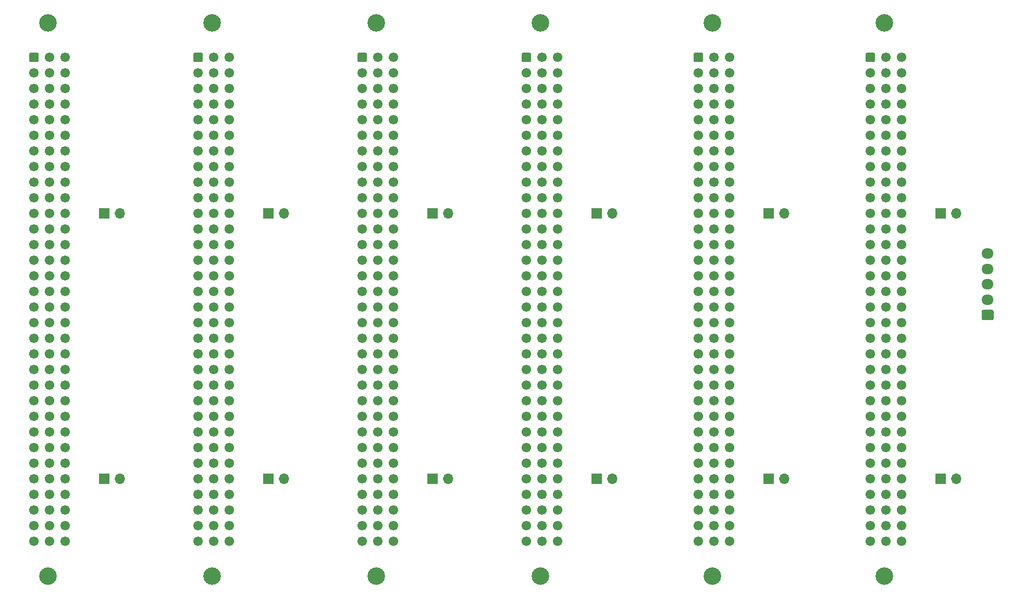
<source format=gbr>
%TF.GenerationSoftware,KiCad,Pcbnew,(5.1.10)-1*%
%TF.CreationDate,2022-01-27T07:08:06+01:00*%
%TF.ProjectId,Backplane,4261636b-706c-4616-9e65-2e6b69636164,rev?*%
%TF.SameCoordinates,Original*%
%TF.FileFunction,Soldermask,Top*%
%TF.FilePolarity,Negative*%
%FSLAX46Y46*%
G04 Gerber Fmt 4.6, Leading zero omitted, Abs format (unit mm)*
G04 Created by KiCad (PCBNEW (5.1.10)-1) date 2022-01-27 07:08:06*
%MOMM*%
%LPD*%
G01*
G04 APERTURE LIST*
%ADD10O,1.950000X1.700000*%
%ADD11C,2.850000*%
%ADD12C,1.550000*%
%ADD13O,1.700000X1.700000*%
%ADD14R,1.700000X1.700000*%
G04 APERTURE END LIST*
D10*
%TO.C,J13*%
X226060000Y-97950000D03*
X226060000Y-100450000D03*
X226060000Y-102950000D03*
X226060000Y-105450000D03*
G36*
G01*
X226785000Y-108800000D02*
X225335000Y-108800000D01*
G75*
G02*
X225085000Y-108550000I0J250000D01*
G01*
X225085000Y-107350000D01*
G75*
G02*
X225335000Y-107100000I250000J0D01*
G01*
X226785000Y-107100000D01*
G75*
G02*
X227035000Y-107350000I0J-250000D01*
G01*
X227035000Y-108550000D01*
G75*
G02*
X226785000Y-108800000I-250000J0D01*
G01*
G37*
%TD*%
D11*
%TO.C,J17*%
X181310000Y-150410000D03*
X181310000Y-60410000D03*
D12*
X184150000Y-144780000D03*
X184150000Y-142240000D03*
X184150000Y-139700000D03*
X184150000Y-137160000D03*
X184150000Y-134620000D03*
X184150000Y-132080000D03*
X184150000Y-129540000D03*
X184150000Y-127000000D03*
X184150000Y-124460000D03*
X184150000Y-121920000D03*
X184150000Y-119380000D03*
X184150000Y-116840000D03*
X184150000Y-114300000D03*
X184150000Y-111760000D03*
X184150000Y-109220000D03*
X184150000Y-106680000D03*
X184150000Y-104140000D03*
X184150000Y-101600000D03*
X184150000Y-99060000D03*
X184150000Y-96520000D03*
X184150000Y-93980000D03*
X184150000Y-91440000D03*
X184150000Y-88900000D03*
X184150000Y-86360000D03*
X184150000Y-83820000D03*
X184150000Y-81280000D03*
X184150000Y-78740000D03*
X184150000Y-76200000D03*
X184150000Y-73660000D03*
X184150000Y-71120000D03*
X184150000Y-68580000D03*
X184150000Y-66040000D03*
X181610000Y-144780000D03*
X181610000Y-142240000D03*
X181610000Y-139700000D03*
X181610000Y-137160000D03*
X181610000Y-134620000D03*
X181610000Y-132080000D03*
X181610000Y-129540000D03*
X181610000Y-127000000D03*
X181610000Y-124460000D03*
X181610000Y-121920000D03*
X181610000Y-119380000D03*
X181610000Y-116840000D03*
X181610000Y-114300000D03*
X181610000Y-111760000D03*
X181610000Y-109220000D03*
X181610000Y-106680000D03*
X181610000Y-104140000D03*
X181610000Y-101600000D03*
X181610000Y-99060000D03*
X181610000Y-96520000D03*
X181610000Y-93980000D03*
X181610000Y-91440000D03*
X181610000Y-88900000D03*
X181610000Y-86360000D03*
X181610000Y-83820000D03*
X181610000Y-81280000D03*
X181610000Y-78740000D03*
X181610000Y-76200000D03*
X181610000Y-73660000D03*
X181610000Y-71120000D03*
X181610000Y-68580000D03*
X181610000Y-66040000D03*
X179070000Y-144780000D03*
X179070000Y-142240000D03*
X179070000Y-139700000D03*
X179070000Y-137160000D03*
X179070000Y-134620000D03*
X179070000Y-132080000D03*
X179070000Y-129540000D03*
X179070000Y-127000000D03*
X179070000Y-124460000D03*
X179070000Y-121920000D03*
X179070000Y-119380000D03*
X179070000Y-116840000D03*
X179070000Y-114300000D03*
X179070000Y-111760000D03*
X179070000Y-109220000D03*
X179070000Y-106680000D03*
X179070000Y-104140000D03*
X179070000Y-101600000D03*
X179070000Y-99060000D03*
X179070000Y-96520000D03*
X179070000Y-93980000D03*
X179070000Y-91440000D03*
X179070000Y-88900000D03*
X179070000Y-86360000D03*
X179070000Y-83820000D03*
X179070000Y-81280000D03*
X179070000Y-78740000D03*
X179070000Y-76200000D03*
X179070000Y-73660000D03*
X179070000Y-71120000D03*
X179070000Y-68580000D03*
G36*
G01*
X178295000Y-66565450D02*
X178295000Y-65514550D01*
G75*
G02*
X178544550Y-65265000I249550J0D01*
G01*
X179595450Y-65265000D01*
G75*
G02*
X179845000Y-65514550I0J-249550D01*
G01*
X179845000Y-66565450D01*
G75*
G02*
X179595450Y-66815000I-249550J0D01*
G01*
X178544550Y-66815000D01*
G75*
G02*
X178295000Y-66565450I0J249550D01*
G01*
G37*
%TD*%
D11*
%TO.C,J14*%
X126700000Y-150410000D03*
X126700000Y-60410000D03*
D12*
X129540000Y-144780000D03*
X129540000Y-142240000D03*
X129540000Y-139700000D03*
X129540000Y-137160000D03*
X129540000Y-134620000D03*
X129540000Y-132080000D03*
X129540000Y-129540000D03*
X129540000Y-127000000D03*
X129540000Y-124460000D03*
X129540000Y-121920000D03*
X129540000Y-119380000D03*
X129540000Y-116840000D03*
X129540000Y-114300000D03*
X129540000Y-111760000D03*
X129540000Y-109220000D03*
X129540000Y-106680000D03*
X129540000Y-104140000D03*
X129540000Y-101600000D03*
X129540000Y-99060000D03*
X129540000Y-96520000D03*
X129540000Y-93980000D03*
X129540000Y-91440000D03*
X129540000Y-88900000D03*
X129540000Y-86360000D03*
X129540000Y-83820000D03*
X129540000Y-81280000D03*
X129540000Y-78740000D03*
X129540000Y-76200000D03*
X129540000Y-73660000D03*
X129540000Y-71120000D03*
X129540000Y-68580000D03*
X129540000Y-66040000D03*
X127000000Y-144780000D03*
X127000000Y-142240000D03*
X127000000Y-139700000D03*
X127000000Y-137160000D03*
X127000000Y-134620000D03*
X127000000Y-132080000D03*
X127000000Y-129540000D03*
X127000000Y-127000000D03*
X127000000Y-124460000D03*
X127000000Y-121920000D03*
X127000000Y-119380000D03*
X127000000Y-116840000D03*
X127000000Y-114300000D03*
X127000000Y-111760000D03*
X127000000Y-109220000D03*
X127000000Y-106680000D03*
X127000000Y-104140000D03*
X127000000Y-101600000D03*
X127000000Y-99060000D03*
X127000000Y-96520000D03*
X127000000Y-93980000D03*
X127000000Y-91440000D03*
X127000000Y-88900000D03*
X127000000Y-86360000D03*
X127000000Y-83820000D03*
X127000000Y-81280000D03*
X127000000Y-78740000D03*
X127000000Y-76200000D03*
X127000000Y-73660000D03*
X127000000Y-71120000D03*
X127000000Y-68580000D03*
X127000000Y-66040000D03*
X124460000Y-144780000D03*
X124460000Y-142240000D03*
X124460000Y-139700000D03*
X124460000Y-137160000D03*
X124460000Y-134620000D03*
X124460000Y-132080000D03*
X124460000Y-129540000D03*
X124460000Y-127000000D03*
X124460000Y-124460000D03*
X124460000Y-121920000D03*
X124460000Y-119380000D03*
X124460000Y-116840000D03*
X124460000Y-114300000D03*
X124460000Y-111760000D03*
X124460000Y-109220000D03*
X124460000Y-106680000D03*
X124460000Y-104140000D03*
X124460000Y-101600000D03*
X124460000Y-99060000D03*
X124460000Y-96520000D03*
X124460000Y-93980000D03*
X124460000Y-91440000D03*
X124460000Y-88900000D03*
X124460000Y-86360000D03*
X124460000Y-83820000D03*
X124460000Y-81280000D03*
X124460000Y-78740000D03*
X124460000Y-76200000D03*
X124460000Y-73660000D03*
X124460000Y-71120000D03*
X124460000Y-68580000D03*
G36*
G01*
X123685000Y-66565450D02*
X123685000Y-65514550D01*
G75*
G02*
X123934550Y-65265000I249550J0D01*
G01*
X124985450Y-65265000D01*
G75*
G02*
X125235000Y-65514550I0J-249550D01*
G01*
X125235000Y-66565450D01*
G75*
G02*
X124985450Y-66815000I-249550J0D01*
G01*
X123934550Y-66815000D01*
G75*
G02*
X123685000Y-66565450I0J249550D01*
G01*
G37*
%TD*%
D11*
%TO.C,J10*%
X209250000Y-150410000D03*
X209250000Y-60410000D03*
D12*
X212090000Y-144780000D03*
X212090000Y-142240000D03*
X212090000Y-139700000D03*
X212090000Y-137160000D03*
X212090000Y-134620000D03*
X212090000Y-132080000D03*
X212090000Y-129540000D03*
X212090000Y-127000000D03*
X212090000Y-124460000D03*
X212090000Y-121920000D03*
X212090000Y-119380000D03*
X212090000Y-116840000D03*
X212090000Y-114300000D03*
X212090000Y-111760000D03*
X212090000Y-109220000D03*
X212090000Y-106680000D03*
X212090000Y-104140000D03*
X212090000Y-101600000D03*
X212090000Y-99060000D03*
X212090000Y-96520000D03*
X212090000Y-93980000D03*
X212090000Y-91440000D03*
X212090000Y-88900000D03*
X212090000Y-86360000D03*
X212090000Y-83820000D03*
X212090000Y-81280000D03*
X212090000Y-78740000D03*
X212090000Y-76200000D03*
X212090000Y-73660000D03*
X212090000Y-71120000D03*
X212090000Y-68580000D03*
X212090000Y-66040000D03*
X209550000Y-144780000D03*
X209550000Y-142240000D03*
X209550000Y-139700000D03*
X209550000Y-137160000D03*
X209550000Y-134620000D03*
X209550000Y-132080000D03*
X209550000Y-129540000D03*
X209550000Y-127000000D03*
X209550000Y-124460000D03*
X209550000Y-121920000D03*
X209550000Y-119380000D03*
X209550000Y-116840000D03*
X209550000Y-114300000D03*
X209550000Y-111760000D03*
X209550000Y-109220000D03*
X209550000Y-106680000D03*
X209550000Y-104140000D03*
X209550000Y-101600000D03*
X209550000Y-99060000D03*
X209550000Y-96520000D03*
X209550000Y-93980000D03*
X209550000Y-91440000D03*
X209550000Y-88900000D03*
X209550000Y-86360000D03*
X209550000Y-83820000D03*
X209550000Y-81280000D03*
X209550000Y-78740000D03*
X209550000Y-76200000D03*
X209550000Y-73660000D03*
X209550000Y-71120000D03*
X209550000Y-68580000D03*
X209550000Y-66040000D03*
X207010000Y-144780000D03*
X207010000Y-142240000D03*
X207010000Y-139700000D03*
X207010000Y-137160000D03*
X207010000Y-134620000D03*
X207010000Y-132080000D03*
X207010000Y-129540000D03*
X207010000Y-127000000D03*
X207010000Y-124460000D03*
X207010000Y-121920000D03*
X207010000Y-119380000D03*
X207010000Y-116840000D03*
X207010000Y-114300000D03*
X207010000Y-111760000D03*
X207010000Y-109220000D03*
X207010000Y-106680000D03*
X207010000Y-104140000D03*
X207010000Y-101600000D03*
X207010000Y-99060000D03*
X207010000Y-96520000D03*
X207010000Y-93980000D03*
X207010000Y-91440000D03*
X207010000Y-88900000D03*
X207010000Y-86360000D03*
X207010000Y-83820000D03*
X207010000Y-81280000D03*
X207010000Y-78740000D03*
X207010000Y-76200000D03*
X207010000Y-73660000D03*
X207010000Y-71120000D03*
X207010000Y-68580000D03*
G36*
G01*
X206235000Y-66565450D02*
X206235000Y-65514550D01*
G75*
G02*
X206484550Y-65265000I249550J0D01*
G01*
X207535450Y-65265000D01*
G75*
G02*
X207785000Y-65514550I0J-249550D01*
G01*
X207785000Y-66565450D01*
G75*
G02*
X207535450Y-66815000I-249550J0D01*
G01*
X206484550Y-66815000D01*
G75*
G02*
X206235000Y-66565450I0J249550D01*
G01*
G37*
%TD*%
D11*
%TO.C,J7*%
X153370000Y-150410000D03*
X153370000Y-60410000D03*
D12*
X156210000Y-144780000D03*
X156210000Y-142240000D03*
X156210000Y-139700000D03*
X156210000Y-137160000D03*
X156210000Y-134620000D03*
X156210000Y-132080000D03*
X156210000Y-129540000D03*
X156210000Y-127000000D03*
X156210000Y-124460000D03*
X156210000Y-121920000D03*
X156210000Y-119380000D03*
X156210000Y-116840000D03*
X156210000Y-114300000D03*
X156210000Y-111760000D03*
X156210000Y-109220000D03*
X156210000Y-106680000D03*
X156210000Y-104140000D03*
X156210000Y-101600000D03*
X156210000Y-99060000D03*
X156210000Y-96520000D03*
X156210000Y-93980000D03*
X156210000Y-91440000D03*
X156210000Y-88900000D03*
X156210000Y-86360000D03*
X156210000Y-83820000D03*
X156210000Y-81280000D03*
X156210000Y-78740000D03*
X156210000Y-76200000D03*
X156210000Y-73660000D03*
X156210000Y-71120000D03*
X156210000Y-68580000D03*
X156210000Y-66040000D03*
X153670000Y-144780000D03*
X153670000Y-142240000D03*
X153670000Y-139700000D03*
X153670000Y-137160000D03*
X153670000Y-134620000D03*
X153670000Y-132080000D03*
X153670000Y-129540000D03*
X153670000Y-127000000D03*
X153670000Y-124460000D03*
X153670000Y-121920000D03*
X153670000Y-119380000D03*
X153670000Y-116840000D03*
X153670000Y-114300000D03*
X153670000Y-111760000D03*
X153670000Y-109220000D03*
X153670000Y-106680000D03*
X153670000Y-104140000D03*
X153670000Y-101600000D03*
X153670000Y-99060000D03*
X153670000Y-96520000D03*
X153670000Y-93980000D03*
X153670000Y-91440000D03*
X153670000Y-88900000D03*
X153670000Y-86360000D03*
X153670000Y-83820000D03*
X153670000Y-81280000D03*
X153670000Y-78740000D03*
X153670000Y-76200000D03*
X153670000Y-73660000D03*
X153670000Y-71120000D03*
X153670000Y-68580000D03*
X153670000Y-66040000D03*
X151130000Y-144780000D03*
X151130000Y-142240000D03*
X151130000Y-139700000D03*
X151130000Y-137160000D03*
X151130000Y-134620000D03*
X151130000Y-132080000D03*
X151130000Y-129540000D03*
X151130000Y-127000000D03*
X151130000Y-124460000D03*
X151130000Y-121920000D03*
X151130000Y-119380000D03*
X151130000Y-116840000D03*
X151130000Y-114300000D03*
X151130000Y-111760000D03*
X151130000Y-109220000D03*
X151130000Y-106680000D03*
X151130000Y-104140000D03*
X151130000Y-101600000D03*
X151130000Y-99060000D03*
X151130000Y-96520000D03*
X151130000Y-93980000D03*
X151130000Y-91440000D03*
X151130000Y-88900000D03*
X151130000Y-86360000D03*
X151130000Y-83820000D03*
X151130000Y-81280000D03*
X151130000Y-78740000D03*
X151130000Y-76200000D03*
X151130000Y-73660000D03*
X151130000Y-71120000D03*
X151130000Y-68580000D03*
G36*
G01*
X150355000Y-66565450D02*
X150355000Y-65514550D01*
G75*
G02*
X150604550Y-65265000I249550J0D01*
G01*
X151655450Y-65265000D01*
G75*
G02*
X151905000Y-65514550I0J-249550D01*
G01*
X151905000Y-66565450D01*
G75*
G02*
X151655450Y-66815000I-249550J0D01*
G01*
X150604550Y-66815000D01*
G75*
G02*
X150355000Y-66565450I0J249550D01*
G01*
G37*
%TD*%
D11*
%TO.C,J4*%
X100030000Y-150410000D03*
X100030000Y-60410000D03*
D12*
X102870000Y-144780000D03*
X102870000Y-142240000D03*
X102870000Y-139700000D03*
X102870000Y-137160000D03*
X102870000Y-134620000D03*
X102870000Y-132080000D03*
X102870000Y-129540000D03*
X102870000Y-127000000D03*
X102870000Y-124460000D03*
X102870000Y-121920000D03*
X102870000Y-119380000D03*
X102870000Y-116840000D03*
X102870000Y-114300000D03*
X102870000Y-111760000D03*
X102870000Y-109220000D03*
X102870000Y-106680000D03*
X102870000Y-104140000D03*
X102870000Y-101600000D03*
X102870000Y-99060000D03*
X102870000Y-96520000D03*
X102870000Y-93980000D03*
X102870000Y-91440000D03*
X102870000Y-88900000D03*
X102870000Y-86360000D03*
X102870000Y-83820000D03*
X102870000Y-81280000D03*
X102870000Y-78740000D03*
X102870000Y-76200000D03*
X102870000Y-73660000D03*
X102870000Y-71120000D03*
X102870000Y-68580000D03*
X102870000Y-66040000D03*
X100330000Y-144780000D03*
X100330000Y-142240000D03*
X100330000Y-139700000D03*
X100330000Y-137160000D03*
X100330000Y-134620000D03*
X100330000Y-132080000D03*
X100330000Y-129540000D03*
X100330000Y-127000000D03*
X100330000Y-124460000D03*
X100330000Y-121920000D03*
X100330000Y-119380000D03*
X100330000Y-116840000D03*
X100330000Y-114300000D03*
X100330000Y-111760000D03*
X100330000Y-109220000D03*
X100330000Y-106680000D03*
X100330000Y-104140000D03*
X100330000Y-101600000D03*
X100330000Y-99060000D03*
X100330000Y-96520000D03*
X100330000Y-93980000D03*
X100330000Y-91440000D03*
X100330000Y-88900000D03*
X100330000Y-86360000D03*
X100330000Y-83820000D03*
X100330000Y-81280000D03*
X100330000Y-78740000D03*
X100330000Y-76200000D03*
X100330000Y-73660000D03*
X100330000Y-71120000D03*
X100330000Y-68580000D03*
X100330000Y-66040000D03*
X97790000Y-144780000D03*
X97790000Y-142240000D03*
X97790000Y-139700000D03*
X97790000Y-137160000D03*
X97790000Y-134620000D03*
X97790000Y-132080000D03*
X97790000Y-129540000D03*
X97790000Y-127000000D03*
X97790000Y-124460000D03*
X97790000Y-121920000D03*
X97790000Y-119380000D03*
X97790000Y-116840000D03*
X97790000Y-114300000D03*
X97790000Y-111760000D03*
X97790000Y-109220000D03*
X97790000Y-106680000D03*
X97790000Y-104140000D03*
X97790000Y-101600000D03*
X97790000Y-99060000D03*
X97790000Y-96520000D03*
X97790000Y-93980000D03*
X97790000Y-91440000D03*
X97790000Y-88900000D03*
X97790000Y-86360000D03*
X97790000Y-83820000D03*
X97790000Y-81280000D03*
X97790000Y-78740000D03*
X97790000Y-76200000D03*
X97790000Y-73660000D03*
X97790000Y-71120000D03*
X97790000Y-68580000D03*
G36*
G01*
X97015000Y-66565450D02*
X97015000Y-65514550D01*
G75*
G02*
X97264550Y-65265000I249550J0D01*
G01*
X98315450Y-65265000D01*
G75*
G02*
X98565000Y-65514550I0J-249550D01*
G01*
X98565000Y-66565450D01*
G75*
G02*
X98315450Y-66815000I-249550J0D01*
G01*
X97264550Y-66815000D01*
G75*
G02*
X97015000Y-66565450I0J249550D01*
G01*
G37*
%TD*%
D11*
%TO.C,J1*%
X73360000Y-150410000D03*
X73360000Y-60410000D03*
D12*
X76200000Y-144780000D03*
X76200000Y-142240000D03*
X76200000Y-139700000D03*
X76200000Y-137160000D03*
X76200000Y-134620000D03*
X76200000Y-132080000D03*
X76200000Y-129540000D03*
X76200000Y-127000000D03*
X76200000Y-124460000D03*
X76200000Y-121920000D03*
X76200000Y-119380000D03*
X76200000Y-116840000D03*
X76200000Y-114300000D03*
X76200000Y-111760000D03*
X76200000Y-109220000D03*
X76200000Y-106680000D03*
X76200000Y-104140000D03*
X76200000Y-101600000D03*
X76200000Y-99060000D03*
X76200000Y-96520000D03*
X76200000Y-93980000D03*
X76200000Y-91440000D03*
X76200000Y-88900000D03*
X76200000Y-86360000D03*
X76200000Y-83820000D03*
X76200000Y-81280000D03*
X76200000Y-78740000D03*
X76200000Y-76200000D03*
X76200000Y-73660000D03*
X76200000Y-71120000D03*
X76200000Y-68580000D03*
X76200000Y-66040000D03*
X73660000Y-144780000D03*
X73660000Y-142240000D03*
X73660000Y-139700000D03*
X73660000Y-137160000D03*
X73660000Y-134620000D03*
X73660000Y-132080000D03*
X73660000Y-129540000D03*
X73660000Y-127000000D03*
X73660000Y-124460000D03*
X73660000Y-121920000D03*
X73660000Y-119380000D03*
X73660000Y-116840000D03*
X73660000Y-114300000D03*
X73660000Y-111760000D03*
X73660000Y-109220000D03*
X73660000Y-106680000D03*
X73660000Y-104140000D03*
X73660000Y-101600000D03*
X73660000Y-99060000D03*
X73660000Y-96520000D03*
X73660000Y-93980000D03*
X73660000Y-91440000D03*
X73660000Y-88900000D03*
X73660000Y-86360000D03*
X73660000Y-83820000D03*
X73660000Y-81280000D03*
X73660000Y-78740000D03*
X73660000Y-76200000D03*
X73660000Y-73660000D03*
X73660000Y-71120000D03*
X73660000Y-68580000D03*
X73660000Y-66040000D03*
X71120000Y-144780000D03*
X71120000Y-142240000D03*
X71120000Y-139700000D03*
X71120000Y-137160000D03*
X71120000Y-134620000D03*
X71120000Y-132080000D03*
X71120000Y-129540000D03*
X71120000Y-127000000D03*
X71120000Y-124460000D03*
X71120000Y-121920000D03*
X71120000Y-119380000D03*
X71120000Y-116840000D03*
X71120000Y-114300000D03*
X71120000Y-111760000D03*
X71120000Y-109220000D03*
X71120000Y-106680000D03*
X71120000Y-104140000D03*
X71120000Y-101600000D03*
X71120000Y-99060000D03*
X71120000Y-96520000D03*
X71120000Y-93980000D03*
X71120000Y-91440000D03*
X71120000Y-88900000D03*
X71120000Y-86360000D03*
X71120000Y-83820000D03*
X71120000Y-81280000D03*
X71120000Y-78740000D03*
X71120000Y-76200000D03*
X71120000Y-73660000D03*
X71120000Y-71120000D03*
X71120000Y-68580000D03*
G36*
G01*
X70345000Y-66565450D02*
X70345000Y-65514550D01*
G75*
G02*
X70594550Y-65265000I249550J0D01*
G01*
X71645450Y-65265000D01*
G75*
G02*
X71895000Y-65514550I0J-249550D01*
G01*
X71895000Y-66565450D01*
G75*
G02*
X71645450Y-66815000I-249550J0D01*
G01*
X70594550Y-66815000D01*
G75*
G02*
X70345000Y-66565450I0J249550D01*
G01*
G37*
%TD*%
D13*
%TO.C,J2*%
X85090000Y-91440000D03*
D14*
X82550000Y-91440000D03*
%TD*%
D13*
%TO.C,J3*%
X85090000Y-134620000D03*
D14*
X82550000Y-134620000D03*
%TD*%
%TO.C,J5*%
X109220000Y-91440000D03*
D13*
X111760000Y-91440000D03*
%TD*%
D14*
%TO.C,J6*%
X109220000Y-134620000D03*
D13*
X111760000Y-134620000D03*
%TD*%
D14*
%TO.C,J8*%
X162560000Y-91440000D03*
D13*
X165100000Y-91440000D03*
%TD*%
%TO.C,J9*%
X165100000Y-134620000D03*
D14*
X162560000Y-134620000D03*
%TD*%
D13*
%TO.C,J11*%
X220980000Y-91440000D03*
D14*
X218440000Y-91440000D03*
%TD*%
%TO.C,J12*%
X218440000Y-134620000D03*
D13*
X220980000Y-134620000D03*
%TD*%
%TO.C,J15*%
X138430000Y-91440000D03*
D14*
X135890000Y-91440000D03*
%TD*%
D13*
%TO.C,J16*%
X138430000Y-134620000D03*
D14*
X135890000Y-134620000D03*
%TD*%
%TO.C,J18*%
X190500000Y-91440000D03*
D13*
X193040000Y-91440000D03*
%TD*%
D14*
%TO.C,J19*%
X190500000Y-134620000D03*
D13*
X193040000Y-134620000D03*
%TD*%
M02*

</source>
